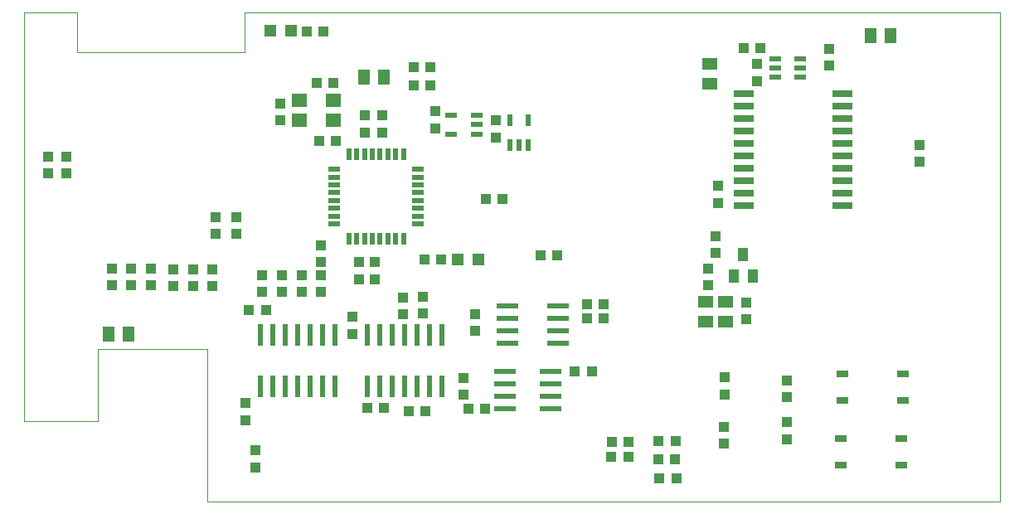
<source format=gtp>
G75*
%MOIN*%
%OFA0B0*%
%FSLAX24Y24*%
%IPPOS*%
%LPD*%
%AMOC8*
5,1,8,0,0,1.08239X$1,22.5*
%
%ADD10C,0.0000*%
%ADD11R,0.0433X0.0394*%
%ADD12R,0.0512X0.0315*%
%ADD13R,0.0394X0.0433*%
%ADD14R,0.0220X0.0500*%
%ADD15R,0.0500X0.0220*%
%ADD16R,0.0413X0.0425*%
%ADD17R,0.0425X0.0413*%
%ADD18R,0.0394X0.0551*%
%ADD19R,0.0453X0.0236*%
%ADD20R,0.0800X0.0260*%
%ADD21R,0.0512X0.0630*%
%ADD22R,0.0630X0.0512*%
%ADD23R,0.0236X0.0866*%
%ADD24R,0.0866X0.0236*%
%ADD25R,0.0472X0.0472*%
%ADD26R,0.0860X0.0220*%
%ADD27R,0.0630X0.0531*%
%ADD28R,0.0236X0.0472*%
%ADD29R,0.0472X0.0236*%
D10*
X013330Y005412D02*
X013330Y021869D01*
X015456Y021869D01*
X015456Y020254D01*
X022189Y020254D01*
X022189Y021869D01*
X052543Y021869D01*
X052543Y002183D01*
X020693Y002183D01*
X020693Y008325D01*
X016283Y008325D01*
X016283Y005412D01*
X013330Y005412D01*
D11*
X016834Y010904D03*
X017622Y010904D03*
X018409Y010904D03*
X019315Y010865D03*
X020102Y010865D03*
X020889Y010865D03*
X020889Y011534D03*
X020102Y011534D03*
X019315Y011534D03*
X018409Y011573D03*
X017622Y011573D03*
X016834Y011573D03*
X021008Y012951D03*
X021008Y013620D03*
X022897Y011298D03*
X023685Y011298D03*
X024472Y011298D03*
X024472Y010628D03*
X023685Y010628D03*
X022897Y010628D03*
X025260Y010628D03*
X025260Y011298D03*
X025260Y011809D03*
X025260Y012479D03*
X028539Y010396D03*
X029342Y010428D03*
X029342Y009758D03*
X028539Y009727D03*
X031441Y009723D03*
X031441Y009054D03*
X030968Y007164D03*
X030968Y006494D03*
X040811Y010904D03*
X040811Y011573D03*
X041126Y012203D03*
X041126Y012872D03*
X049315Y015865D03*
X049315Y016534D03*
X045681Y019711D03*
X045681Y020380D03*
X042767Y019774D03*
X042767Y019105D03*
X043988Y007065D03*
X043988Y006396D03*
X043988Y005376D03*
X043988Y004707D03*
X014275Y015392D03*
X014275Y016061D03*
D12*
X046224Y007325D03*
X046224Y006262D03*
X046141Y004727D03*
X046141Y003664D03*
X048582Y003664D03*
X048582Y004727D03*
X048665Y006262D03*
X048665Y007325D03*
D13*
X039492Y003876D03*
X038823Y003876D03*
X037606Y004597D03*
X036937Y004597D03*
X029464Y005833D03*
X028795Y005833D03*
X035949Y009546D03*
X036618Y009546D03*
X034740Y012077D03*
X034071Y012077D03*
X030082Y011908D03*
X029413Y011908D03*
X031870Y014361D03*
X032539Y014361D03*
X025866Y016699D03*
X025197Y016699D03*
X028980Y019664D03*
X029649Y019664D03*
X025358Y021081D03*
X024689Y021081D03*
X042244Y020439D03*
X042913Y020439D03*
D14*
X028574Y016141D03*
X028260Y016141D03*
X027945Y016141D03*
X027630Y016141D03*
X027315Y016141D03*
X027000Y016141D03*
X026685Y016141D03*
X026370Y016141D03*
X026370Y012761D03*
X026685Y012761D03*
X027000Y012761D03*
X027315Y012761D03*
X027630Y012761D03*
X027945Y012761D03*
X028260Y012761D03*
X028574Y012761D03*
D15*
X029162Y013349D03*
X029162Y013664D03*
X029162Y013979D03*
X029162Y014294D03*
X029162Y014609D03*
X029162Y014924D03*
X029162Y015239D03*
X029162Y015554D03*
X025782Y015554D03*
X025782Y015239D03*
X025782Y014924D03*
X025782Y014609D03*
X025782Y014294D03*
X025782Y013979D03*
X025782Y013664D03*
X025782Y013349D03*
D16*
X023049Y009904D03*
X022360Y009904D03*
X027104Y005967D03*
X027793Y005967D03*
X031175Y005924D03*
X031864Y005924D03*
X035466Y007420D03*
X036155Y007420D03*
X035939Y010136D03*
X036628Y010136D03*
X038813Y004624D03*
X039502Y004624D03*
X037612Y003994D03*
X036923Y003994D03*
X038852Y003128D03*
X039541Y003128D03*
X029659Y018916D03*
X028970Y018916D03*
X025761Y019034D03*
X025073Y019034D03*
D17*
X023606Y018197D03*
X023606Y017508D03*
X027031Y017725D03*
X027700Y017725D03*
X027700Y017036D03*
X027031Y017036D03*
X029866Y017193D03*
X029866Y017882D03*
X032267Y017528D03*
X032267Y016839D03*
X027425Y011819D03*
X026795Y011819D03*
X026795Y011130D03*
X027425Y011130D03*
X026519Y009615D03*
X026519Y008926D03*
X022228Y006150D03*
X022228Y005461D03*
X022622Y004260D03*
X022622Y003571D03*
X021834Y012941D03*
X021834Y013630D03*
X015023Y015382D03*
X015023Y016071D03*
X041204Y014890D03*
X041204Y014201D03*
X042346Y010205D03*
X042346Y009516D03*
X041480Y007174D03*
X041480Y006485D03*
X041441Y005205D03*
X041441Y004516D03*
D18*
X041854Y011254D03*
X042602Y011254D03*
X042228Y012120D03*
D19*
X043523Y019246D03*
X043523Y019620D03*
X043523Y019994D03*
X044508Y019994D03*
X044508Y019620D03*
X044508Y019246D03*
D20*
X046212Y018607D03*
X046212Y018107D03*
X046212Y017607D03*
X046212Y017107D03*
X046212Y016607D03*
X046212Y016107D03*
X046212Y015607D03*
X046212Y015107D03*
X046212Y014607D03*
X046212Y014107D03*
X042252Y014107D03*
X042252Y014607D03*
X042252Y015107D03*
X042252Y015607D03*
X042252Y016107D03*
X042252Y016607D03*
X042252Y017107D03*
X042252Y017607D03*
X042252Y018107D03*
X042252Y018607D03*
D21*
X047346Y020924D03*
X048134Y020924D03*
X027779Y019270D03*
X026992Y019270D03*
X017504Y008916D03*
X016716Y008916D03*
D22*
X040732Y009428D03*
X041519Y009428D03*
X041519Y010215D03*
X040732Y010215D03*
X040889Y018994D03*
X040889Y019782D03*
D23*
X030106Y008876D03*
X029606Y008876D03*
X029106Y008876D03*
X028606Y008876D03*
X028106Y008876D03*
X027606Y008876D03*
X027106Y008876D03*
X025815Y008876D03*
X025315Y008876D03*
X024815Y008876D03*
X024315Y008876D03*
X023815Y008876D03*
X023315Y008876D03*
X022815Y008876D03*
X022815Y006829D03*
X023315Y006829D03*
X023815Y006829D03*
X024315Y006829D03*
X024815Y006829D03*
X025315Y006829D03*
X025815Y006829D03*
X027106Y006829D03*
X027606Y006829D03*
X028106Y006829D03*
X028606Y006829D03*
X029106Y006829D03*
X029606Y006829D03*
X030106Y006829D03*
D24*
X032740Y008559D03*
X032740Y009059D03*
X032740Y009559D03*
X032740Y010059D03*
X034787Y010059D03*
X034787Y009559D03*
X034787Y009059D03*
X034787Y008559D03*
D25*
X031578Y011908D03*
X030752Y011908D03*
X024059Y021120D03*
X023232Y021120D03*
D26*
X032637Y007422D03*
X032637Y006922D03*
X032637Y006422D03*
X032637Y005922D03*
X034497Y005922D03*
X034497Y006422D03*
X034497Y006922D03*
X034497Y007422D03*
D27*
X025752Y017528D03*
X025752Y018335D03*
X024374Y018335D03*
X024374Y017528D03*
D28*
X032838Y017540D03*
X033586Y017540D03*
X033586Y016512D03*
X033212Y016512D03*
X032838Y016512D03*
D29*
X031522Y016967D03*
X031522Y017341D03*
X031522Y017715D03*
X030493Y017715D03*
X030493Y016967D03*
M02*

</source>
